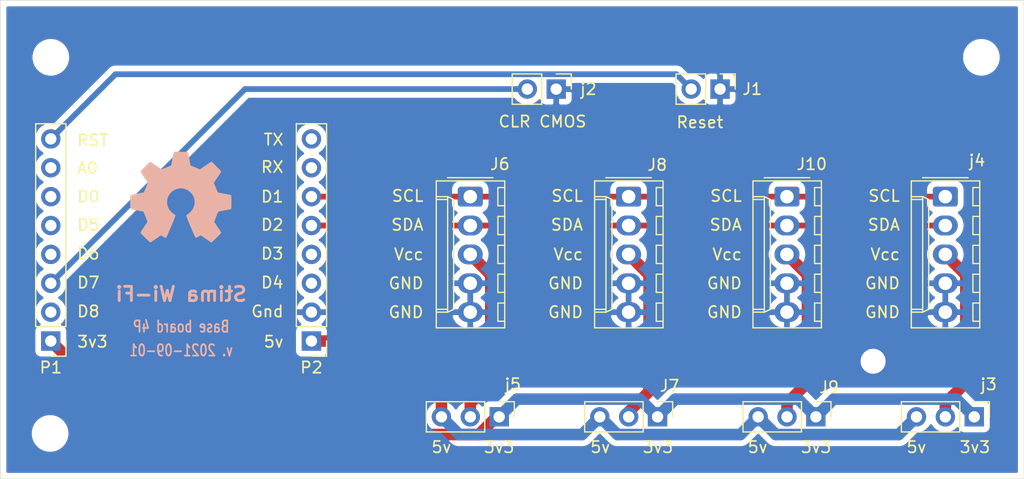
<source format=kicad_pcb>
(kicad_pcb (version 20211014) (generator pcbnew)
  (layers (0 "F.Cu" signal) (31 "B.Cu" signal) (34 "B.Paste" user) (35 "F.Paste" user) (36 "B.SilkS" user "B.Silkscreen") (37 "F.SilkS" user "F.Silkscreen") (38 "B.Mask" user) (39 "F.Mask" user) (44 "Edge.Cuts" user))
  (net 0 "")
  (net 1 "5v")
  (net 2 "3v3")
  (net 3 "SDA")
  (net 4 "SCL")
  (net 5 "GND")
  (net 6 "/D7")
  (net 7 "/RST")
  (net 8 "Net-(J10-Pad3)")
  (net 9 "Net-(j3-Pad2)")
  (net 10 "Net-(J6-Pad3)")
  (net 11 "Net-(J7-Pad2)")
  (footprint "Connector_PinHeader_2.54mm:PinHeader_1x02_P2.54mm_Vertical" (layer "F.Cu") (at 113.03 79.9465 -90)
    (fp_text reference "J1" (at 0 -2.83 180) (layer "F.SilkS"))
    (fp_text value "Conn_01x02" hide)
    (fp_line (start -1.33 -1.33) (end 0 -1.33) (layer "F.SilkS") (width 0.12))
    (fp_line (start -1.33 1.27) (end 1.33 1.27) (layer "F.SilkS") (width 0.12))
    (fp_line (start -1.33 0) (end -1.33 -1.33) (layer "F.SilkS") (width 0.12))
    (fp_line (start -1.33 3.87) (end 1.33 3.87) (layer "F.SilkS") (width 0.12))
    (fp_line (start 1.33 1.27) (end 1.33 3.87) (layer "F.SilkS") (width 0.12))
    (fp_line (start -1.33 1.27) (end -1.33 3.87) (layer "F.SilkS") (width 0.12))
    (pad "1" thru_hole rect locked (at 0 0 270) (size 1.7 1.7) (drill 1) (layers *.Cu *.Mask) (net 5 "GND"))
    (pad "2" thru_hole oval locked (at 0 2.54 270) (size 1.7 1.7) (drill 1) (layers *.Cu *.Mask) (net 7 "/RST"))
  )
  (footprint "Connector_PinHeader_2.54mm:PinHeader_1x02_P2.54mm_Vertical" (layer "F.Cu") (at 98.6155 79.9465 -90)
    (fp_text reference "j2" (at 0 -2.83 180) (layer "F.SilkS"))
    (fp_text value "Conn_01x02" hide)
    (fp_line (start -1.33 1.27) (end 1.33 1.27) (layer "F.SilkS") (width 0.12))
    (fp_line (start -1.33 -1.33) (end 0 -1.33) (layer "F.SilkS") (width 0.12))
    (fp_line (start -1.33 0) (end -1.33 -1.33) (layer "F.SilkS") (width 0.12))
    (fp_line (start -1.33 1.27) (end -1.33 3.87) (layer "F.SilkS") (width 0.12))
    (fp_line (start 1.33 1.27) (end 1.33 3.87) (layer "F.SilkS") (width 0.12))
    (fp_line (start -1.33 3.87) (end 1.33 3.87) (layer "F.SilkS") (width 0.12))
    (pad "1" thru_hole rect locked (at 0 0 270) (size 1.7 1.7) (drill 1) (layers *.Cu *.Mask) (net 5 "GND"))
    (pad "2" thru_hole oval locked (at 0 2.54 270) (size 1.7 1.7) (drill 1) (layers *.Cu *.Mask) (net 6 "/D7"))
  )
  (footprint "Connector_PinHeader_2.54mm:PinHeader_1x03_P2.54mm_Vertical" (layer "F.Cu") (at 135.387 108.7755 -90)
    (fp_text reference "j3" (at -2.8575 -1.265) (layer "F.SilkS"))
    (fp_text value "Conn_01x03" hide)
    (fp_line (start -1.33 1.27) (end -1.33 6.41) (layer "F.SilkS") (width 0.12))
    (fp_line (start -1.33 0) (end -1.33 -1.33) (layer "F.SilkS") (width 0.12))
    (fp_line (start -1.33 -1.33) (end 0 -1.33) (layer "F.SilkS") (width 0.12))
    (fp_line (start 1.33 1.27) (end 1.33 6.41) (layer "F.SilkS") (width 0.12))
    (fp_line (start -1.33 1.27) (end 1.33 1.27) (layer "F.SilkS") (width 0.12))
    (fp_line (start -1.33 6.41) (end 1.33 6.41) (layer "F.SilkS") (width 0.12))
    (pad "1" thru_hole rect locked (at 0 0 270) (size 1.7 1.7) (drill 1) (layers *.Cu *.Mask) (net 2 "3v3"))
    (pad "2" thru_hole oval locked (at 0 2.54 270) (size 1.7 1.7) (drill 1) (layers *.Cu *.Mask) (net 9 "Net-(j3-Pad2)"))
    (pad "3" thru_hole oval locked (at 0 5.08 270) (size 1.7 1.7) (drill 1) (layers *.Cu *.Mask) (net 1 "5v"))
  )
  (footprint "Connector_Molex:Molex_KK-254_AE-6410-05A_1x05_P2.54mm_Vertical" (layer "F.Cu") (at 132.842 89.408 -90)
    (fp_text reference "j4" (at -3.175 -2.794 180) (layer "F.SilkS"))
    (fp_text value "Conn_01x05" hide)
    (fp_line (start 9.91 1.46) (end 10.16 1.99) (layer "F.SilkS") (width 0.12))
    (fp_line (start 1.74 -3.03) (end 1.74 -2.43) (layer "F.SilkS") (width 0.12))
    (fp_line (start 0.8 -2.43) (end 0.8 -3.03) (layer "F.SilkS") (width 0.12))
    (fp_line (start 9.91 2.99) (end 9.91 1.99) (layer "F.SilkS") (width 0.12))
    (fp_line (start 9.36 -2.43) (end 10.96 -2.43) (layer "F.SilkS") (width 0.12))
    (fp_line (start 8.42 -2.43) (end 8.42 -3.03) (layer "F.SilkS") (width 0.12))
    (fp_line (start 3.34 -2.43) (end 3.34 -3.03) (layer "F.SilkS") (width 0.12))
    (fp_line (start 0.25 1.46) (end 9.91 1.46) (layer "F.SilkS") (width 0.12))
    (fp_line (start 0.25 2.99) (end 0.25 1.99) (layer "F.SilkS") (width 0.12))
    (fp_line (start -1.38 -3.03) (end -1.38 2.99) (layer "F.SilkS") (width 0.12))
    (fp_line (start 0 2.99) (end 0 1.99) (layer "F.SilkS") (width 0.12))
    (fp_line (start -1.67 -2) (end -1.67 2) (layer "F.SilkS") (width 0.12))
    (fp_line (start 10.16 1.99) (end 10.16 2.99) (layer "F.SilkS") (width 0.12))
    (fp_line (start 6.82 -3.03) (end 6.82 -2.43) (layer "F.SilkS") (width 0.12))
    (fp_line (start 9.36 -3.03) (end 9.36 -2.43) (layer "F.SilkS") (width 0.12))
    (fp_line (start -0.8 -2.43) (end 0.8 -2.43) (layer "F.SilkS") (width 0.12))
    (fp_line (start 1.74 -2.43) (end 3.34 -2.43) (layer "F.SilkS") (width 0.12))
    (fp_line (start -0.8 -3.03) (end -0.8 -2.43) (layer "F.SilkS") (width 0.12))
    (fp_line (start 4.28 -3.03) (end 4.28 -2.43) (layer "F.SilkS") (width 0.12))
    (fp_line (start 0 1.99) (end 0.25 1.46) (layer "F.SilkS") (width 0.12))
    (fp_line (start 11.54 2.99) (end 11.54 -3.03) (layer "F.SilkS") (width 0.12))
    (fp_line (start 5.88 -2.43) (end 5.88 -3.03) (layer "F.SilkS") (width 0.12))
    (fp_line (start -1.38 2.99) (end 11.54 2.99) (layer "F.SilkS") (width 0.12))
    (fp_line (start 10.96 -2.43) (end 10.96 -3.03) (layer "F.SilkS") (width 0.12))
    (fp_line (start 11.54 -3.03) (end -1.38 -3.03) (layer "F.SilkS") (width 0.12))
    (fp_line (start 0 1.99) (end 10.16 1.99) (layer "F.SilkS") (width 0.12))
    (fp_line (start 6.82 -2.43) (end 8.42 -2.43) (layer "F.SilkS") (width 0.12))
    (fp_line (start 4.28 -2.43) (end 5.88 -2.43) (layer "F.SilkS") (width 0.12))
    (pad "1" thru_hole roundrect locked (at 0 0 270) (size 1.74 2.19) (drill 1.19) (layers *.Cu *.Mask) (roundrect_rratio 0.143678) (net 4 "SCL"))
    (pad "2" thru_hole oval locked (at 2.54 0 270) (size 1.74 2.19) (drill 1.19) (layers *.Cu *.Mask) (net 3 "SDA"))
    (pad "3" thru_hole oval locked (at 5.08 0 270) (size 1.74 2.19) (drill 1.19) (layers *.Cu *.Mask) (net 9 "Net-(j3-Pad2)"))
    (pad "4" thru_hole oval locked (at 7.62 0 270) (size 1.74 2.19) (drill 1.19) (layers *.Cu *.Mask) (net 5 "GND"))
    (pad "5" thru_hole oval locked (at 10.16 0 270) (size 1.74 2.19) (drill 1.19) (layers *.Cu *.Mask) (net 5 "GND"))
  )
  (footprint "Connector_PinHeader_2.54mm:PinHeader_1x03_P2.54mm_Vertical" (layer "F.Cu") (at 93.604 108.7755 -90)
    (fp_text reference "j5" (at -2.8575 -1.2015 180) (layer "F.SilkS"))
    (fp_text value "Conn_01x03" hide)
    (fp_line (start -1.33 1.27) (end -1.33 6.41) (layer "F.SilkS") (width 0.12))
    (fp_line (start -1.33 6.41) (end 1.33 6.41) (layer "F.SilkS") (width 0.12))
    (fp_line (start -1.33 0) (end -1.33 -1.33) (layer "F.SilkS") (width 0.12))
    (fp_line (start 1.33 1.27) (end 1.33 6.41) (layer "F.SilkS") (width 0.12))
    (fp_line (start -1.33 -1.33) (end 0 -1.33) (layer "F.SilkS") (width 0.12))
    (fp_line (start -1.33 1.27) (end 1.33 1.27) (layer "F.SilkS") (width 0.12))
    (pad "1" thru_hole rect locked (at 0 0 270) (size 1.7 1.7) (drill 1) (layers *.Cu *.Mask) (net 2 "3v3"))
    (pad "2" thru_hole oval locked (at 0 2.54 270) (size 1.7 1.7) (drill 1) (layers *.Cu *.Mask) (net 10 "Net-(J6-Pad3)"))
    (pad "3" thru_hole oval locked (at 0 5.08 270) (size 1.7 1.7) (drill 1) (layers *.Cu *.Mask) (net 1 "5v"))
  )
  (footprint "Connector_Molex:Molex_KK-254_AE-6410-05A_1x05_P2.54mm_Vertical" (layer "F.Cu") (at 91.059 89.408 -90)
    (fp_text reference "J6" (at -2.8575 -2.6035 180) (layer "F.SilkS"))
    (fp_text value "Conn_01x05" hide)
    (fp_line (start 0.8 -2.43) (end 0.8 -3.03) (layer "F.SilkS") (width 0.12))
    (fp_line (start 0 2.99) (end 0 1.99) (layer "F.SilkS") (width 0.12))
    (fp_line (start 0.25 1.46) (end 9.91 1.46) (layer "F.SilkS") (width 0.12))
    (fp_line (start 9.36 -3.03) (end 9.36 -2.43) (layer "F.SilkS") (width 0.12))
    (fp_line (start 6.82 -2.43) (end 8.42 -2.43) (layer "F.SilkS") (width 0.12))
    (fp_line (start 8.42 -2.43) (end 8.42 -3.03) (layer "F.SilkS") (width 0.12))
    (fp_line (start -1.67 -2) (end -1.67 2) (layer "F.SilkS") (width 0.12))
    (fp_line (start 10.16 1.99) (end 10.16 2.99) (layer "F.SilkS") (width 0.12))
    (fp_line (start 0 1.99) (end 10.16 1.99) (layer "F.SilkS") (width 0.12))
    (fp_line (start 0 1.99) (end 0.25 1.46) (layer "F.SilkS") (width 0.12))
    (fp_line (start 9.36 -2.43) (end 10.96 -2.43) (layer "F.SilkS") (width 0.12))
    (fp_line (start 4.28 -2.43) (end 5.88 -2.43) (layer "F.SilkS") (width 0.12))
    (fp_line (start 6.82 -3.03) (end 6.82 -2.43) (layer "F.SilkS") (width 0.12))
    (fp_line (start 0.25 2.99) (end 0.25 1.99) (layer "F.SilkS") (width 0.12))
    (fp_line (start -1.38 2.99) (end 11.54 2.99) (layer "F.SilkS") (width 0.12))
    (fp_line (start -0.8 -2.43) (end 0.8 -2.43) (layer "F.SilkS") (width 0.12))
    (fp_line (start 9.91 2.99) (end 9.91 1.99) (layer "F.SilkS") (width 0.12))
    (fp_line (start 1.74 -2.43) (end 3.34 -2.43) (layer "F.SilkS") (width 0.12))
    (fp_line (start 9.91 1.46) (end 10.16 1.99) (layer "F.SilkS") (width 0.12))
    (fp_line (start -0.8 -3.03) (end -0.8 -2.43) (layer "F.SilkS") (width 0.12))
    (fp_line (start 4.28 -3.03) (end 4.28 -2.43) (layer "F.SilkS") (width 0.12))
    (fp_line (start 10.96 -2.43) (end 10.96 -3.03) (layer "F.SilkS") (width 0.12))
    (fp_line (start 5.88 -2.43) (end 5.88 -3.03) (layer "F.SilkS") (width 0.12))
    (fp_line (start -1.38 -3.03) (end -1.38 2.99) (layer "F.SilkS") (width 0.12))
    (fp_line (start 3.34 -2.43) (end 3.34 -3.03) (layer "F.SilkS") (width 0.12))
    (fp_line (start 1.74 -3.03) (end 1.74 -2.43) (layer "F.SilkS") (width 0.12))
    (fp_line (start 11.54 -3.03) (end -1.38 -3.03) (layer "F.SilkS") (width 0.12))
    (fp_line (start 11.54 2.99) (end 11.54 -3.03) (layer "F.SilkS") (width 0.12))
    (pad "1" thru_hole roundrect locked (at 0 0 270) (size 1.74 2.19) (drill 1.19) (layers *.Cu *.Mask) (roundrect_rratio 0.143678) (net 4 "SCL"))
    (pad "2" thru_hole oval locked (at 2.54 0 270) (size 1.74 2.19) (drill 1.19) (layers *.Cu *.Mask) (net 3 "SDA"))
    (pad "3" thru_hole oval locked (at 5.08 0 270) (size 1.74 2.19) (drill 1.19) (layers *.Cu *.Mask) (net 10 "Net-(J6-Pad3)"))
    (pad "4" thru_hole oval locked (at 7.62 0 270) (size 1.74 2.19) (drill 1.19) (layers *.Cu *.Mask) (net 5 "GND"))
    (pad "5" thru_hole oval locked (at 10.16 0 270) (size 1.74 2.19) (drill 1.19) (layers *.Cu *.Mask) (net 5 "GND"))
  )
  (footprint "Connector_PinHeader_2.54mm:PinHeader_1x03_P2.54mm_Vertical" (layer "F.Cu") (at 107.531666 108.7755 -90)
    (fp_text reference "J7" (at -2.7305 -1.053334) (layer "F.SilkS"))
    (fp_text value "Conn_01x03" hide)
    (fp_line (start -1.33 6.41) (end 1.33 6.41) (layer "F.SilkS") (width 0.12))
    (fp_line (start -1.33 1.27) (end -1.33 6.41) (layer "F.SilkS") (width 0.12))
    (fp_line (start 1.33 1.27) (end 1.33 6.41) (layer "F.SilkS") (width 0.12))
    (fp_line (start -1.33 0) (end -1.33 -1.33) (layer "F.SilkS") (width 0.12))
    (fp_line (start -1.33 -1.33) (end 0 -1.33) (layer "F.SilkS") (width 0.12))
    (fp_line (start -1.33 1.27) (end 1.33 1.27) (layer "F.SilkS") (width 0.12))
    (pad "1" thru_hole rect locked (at 0 0 270) (size 1.7 1.7) (drill 1) (layers *.Cu *.Mask) (net 2 "3v3"))
    (pad "2" thru_hole oval locked (at 0 2.54 270) (size 1.7 1.7) (drill 1) (layers *.Cu *.Mask) (net 11 "Net-(J7-Pad2)"))
    (pad "3" thru_hole oval locked (at 0 5.08 270) (size 1.7 1.7) (drill 1) (layers *.Cu *.Mask) (net 1 "5v"))
  )
  (footprint "Connector_Molex:Molex_KK-254_AE-6410-05A_1x05_P2.54mm_Vertical" (layer "F.Cu") (at 104.986666 89.408 -90)
    (fp_text reference "J8" (at -2.794 -2.518834 180) (layer "F.SilkS"))
    (fp_text value "Conn_01x05" hide)
    (fp_line (start -0.8 -3.03) (end -0.8 -2.43) (layer "F.SilkS") (width 0.12))
    (fp_line (start -0.8 -2.43) (end 0.8 -2.43) (layer "F.SilkS") (width 0.12))
    (fp_line (start 10.96 -2.43) (end 10.96 -3.03) (layer "F.SilkS") (width 0.12))
    (fp_line (start 9.36 -2.43) (end 10.96 -2.43) (layer "F.SilkS") (width 0.12))
    (fp_line (start 3.34 -2.43) (end 3.34 -3.03) (layer "F.SilkS") (width 0.12))
    (fp_line (start 4.28 -3.03) (end 4.28 -2.43) (layer "F.SilkS") (width 0.12))
    (fp_line (start 1.74 -3.03) (end 1.74 -2.43) (layer "F.SilkS") (width 0.12))
    (fp_line (start 9.91 1.46) (end 10.16 1.99) (layer "F.SilkS") (width 0.12))
    (fp_line (start 6.82 -3.03) (end 6.82 -2.43) (layer "F.SilkS") (width 0.12))
    (fp_line (start 0.8 -2.43) (end 0.8 -3.03) (layer "F.SilkS") (width 0.12))
    (fp_line (start -1.38 -3.03) (end -1.38 2.99) (layer "F.SilkS") (width 0.12))
    (fp_line (start 11.54 2.99) (end 11.54 -3.03) (layer "F.SilkS") (width 0.12))
    (fp_line (start 11.54 -3.03) (end -1.38 -3.03) (layer "F.SilkS") (width 0.12))
    (fp_line (start 10.16 1.99) (end 10.16 2.99) (layer "F.SilkS") (width 0.12))
    (fp_line (start 0 1.99) (end 0.25 1.46) (layer "F.SilkS") (width 0.12))
    (fp_line (start 0 1.99) (end 10.16 1.99) (layer "F.SilkS") (width 0.12))
    (fp_line (start 0.25 2.99) (end 0.25 1.99) (layer "F.SilkS") (width 0.12))
    (fp_line (start 9.91 2.99) (end 9.91 1.99) (layer "F.SilkS") (width 0.12))
    (fp_line (start -1.67 -2) (end -1.67 2) (layer "F.SilkS") (width 0.12))
    (fp_line (start 9.36 -3.03) (end 9.36 -2.43) (layer "F.SilkS") (width 0.12))
    (fp_line (start 0.25 1.46) (end 9.91 1.46) (layer "F.SilkS") (width 0.12))
    (fp_line (start 0 2.99) (end 0 1.99) (layer "F.SilkS") (width 0.12))
    (fp_line (start 4.28 -2.43) (end 5.88 -2.43) (layer "F.SilkS") (width 0.12))
    (fp_line (start -1.38 2.99) (end 11.54 2.99) (layer "F.SilkS") (width 0.12))
    (fp_line (start 6.82 -2.43) (end 8.42 -2.43) (layer "F.SilkS") (width 0.12))
    (fp_line (start 1.74 -2.43) (end 3.34 -2.43) (layer "F.SilkS") (width 0.12))
    (fp_line (start 8.42 -2.43) (end 8.42 -3.03) (layer "F.SilkS") (width 0.12))
    (fp_line (start 5.88 -2.43) (end 5.88 -3.03) (layer "F.SilkS") (width 0.12))
    (pad "1" thru_hole roundrect locked (at 0 0 270) (size 1.74 2.19) (drill 1.19) (layers *.Cu *.Mask) (roundrect_rratio 0.143678) (net 4 "SCL"))
    (pad "2" thru_hole oval locked (at 2.54 0 270) (size 1.74 2.19) (drill 1.19) (layers *.Cu *.Mask) (net 3 "SDA"))
    (pad "3" thru_hole oval locked (at 5.08 0 270) (size 1.74 2.19) (drill 1.19) (layers *.Cu *.Mask) (net 11 "Net-(J7-Pad2)"))
    (pad "4" thru_hole oval locked (at 7.62 0 270) (size 1.74 2.19) (drill 1.19) (layers *.Cu *.Mask) (net 5 "GND"))
    (pad "5" thru_hole oval locked (at 10.16 0 270) (size 1.74 2.19) (drill 1.19) (layers *.Cu *.Mask) (net 5 "GND"))
  )
  (footprint "Connector_PinHeader_2.54mm:PinHeader_1x03_P2.54mm_Vertical" (layer "F.Cu") (at 121.459332 108.7755 -90)
    (fp_text reference "J9" (at -2.6035 -1.159168) (layer "F.SilkS"))
    (fp_text value "Conn_01x03" hide)
    (fp_line (start 1.33 1.27) (end 1.33 6.41) (layer "F.SilkS") (width 0.12))
    (fp_line (start -1.33 6.41) (end 1.33 6.41) (layer "F.SilkS") (width 0.12))
    (fp_line (start -1.33 1.27) (end 1.33 1.27) (layer "F.SilkS") (width 0.12))
    (fp_line (start -1.33 1.27) (end -1.33 6.41) (layer "F.SilkS") (width 0.12))
    (fp_line (start -1.33 0) (end -1.33 -1.33) (layer "F.SilkS") (width 0.12))
    (fp_line (start -1.33 -1.33) (end 0 -1.33) (layer "F.SilkS") (width 0.12))
    (pad "1" thru_hole rect locked (at 0 0 270) (size 1.7 1.7) (drill 1) (layers *.Cu *.Mask) (net 2 "3v3"))
    (pad "2" thru_hole oval locked (at 0 2.54 270) (size 1.7 1.7) (drill 1) (layers *.Cu *.Mask) (net 8 "Net-(J10-Pad3)"))
    (pad "3" thru_hole oval locked (at 0 5.08 270) (size 1.7 1.7) (drill 1) (layers *.Cu *.Mask) (net 1 "5v"))
  )
  (footprint "Connector_Molex:Molex_KK-254_AE-6410-05A_1x05_P2.54mm_Vertical" (layer "F.Cu") (at 118.914332 89.408 -90)
    (fp_text reference "J10" (at -2.8575 -2.180168 180) (layer "F.SilkS"))
    (fp_text value "Conn_01x05" hide)
    (fp_line (start 4.28 -3.03) (end 4.28 -2.43) (layer "F.SilkS") (width 0.12))
    (fp_line (start -1.38 2.99) (end 11.54 2.99) (layer "F.SilkS") (width 0.12))
    (fp_line (start 8.42 -2.43) (end 8.42 -3.03) (layer "F.SilkS") (width 0.12))
    (fp_line (start 6.82 -3.03) (end 6.82 -2.43) (layer "F.SilkS") (width 0.12))
    (fp_line (start 0.8 -2.43) (end 0.8 -3.03) (layer "F.SilkS") (width 0.12))
    (fp_line (start 4.28 -2.43) (end 5.88 -2.43) (layer "F.SilkS") (width 0.12))
    (fp_line (start 9.36 -2.43) (end 10.96 -2.43) (layer "F.SilkS") (width 0.12))
    (fp_line (start 6.82 -2.43) (end 8.42 -2.43) (layer "F.SilkS") (width 0.12))
    (fp_line (start 9.91 1.46) (end 10.16 1.99) (layer "F.SilkS") (width 0.12))
    (fp_line (start 0 2.99) (end 0 1.99) (layer "F.SilkS") (width 0.12))
    (fp_line (start -1.38 -3.03) (end -1.38 2.99) (layer "F.SilkS") (width 0.12))
    (fp_line (start 10.16 1.99) (end 10.16 2.99) (layer "F.SilkS") (width 0.12))
    (fp_line (start -0.8 -2.43) (end 0.8 -2.43) (layer "F.SilkS") (width 0.12))
    (fp_line (start -0.8 -3.03) (end -0.8 -2.43) (layer "F.SilkS") (width 0.12))
    (fp_line (start 1.74 -2.43) (end 3.34 -2.43) (layer "F.SilkS") (width 0.12))
    (fp_line (start 5.88 -2.43) (end 5.88 -3.03) (layer "F.SilkS") (width 0.12))
    (fp_line (start 11.54 2.99) (end 11.54 -3.03) (layer "F.SilkS") (width 0.12))
    (fp_line (start 11.54 -3.03) (end -1.38 -3.03) (layer "F.SilkS") (width 0.12))
    (fp_line (start 3.34 -2.43) (end 3.34 -3.03) (layer "F.SilkS") (width 0.12))
    (fp_line (start 10.96 -2.43) (end 10.96 -3.03) (layer "F.SilkS") (width 0.12))
    (fp_line (start 9.36 -3.03) (end 9.36 -2.43) (layer "F.SilkS") (width 0.12))
    (fp_line (start 0.25 2.99) (end 0.25 1.99) (layer "F.SilkS") (width 0.12))
    (fp_line (start 0 1.99) (end 10.16 1.99) (layer "F.SilkS") (width 0.12))
    (fp_line (start 1.74 -3.03) (end 1.74 -2.43) (layer "F.SilkS") (width 0.12))
    (fp_line (start 9.91 2.99) (end 9.91 1.99) (layer "F.SilkS") (width 0.12))
    (fp_line (start -1.67 -2) (end -1.67 2) (layer "F.SilkS") (width 0.12))
    (fp_line (start 0.25 1.46) (end 9.91 1.46) (layer "F.SilkS") (width 0.12))
    (fp_line (start 0 1.99) (end 0.25 1.46) (layer "F.SilkS") (width 0.12))
    (pad "1" thru_hole roundrect locked (at 0 0 270) (size 1.74 2.19) (drill 1.19) (layers *.Cu *.Mask) (roundrect_rratio 0.143678) (net 4 "SCL"))
    (pad "2" thru_hole oval locked (at 2.54 0 270) (size 1.74 2.19) (drill 1.19) (layers *.Cu *.Mask) (net 3 "SDA"))
    (pad "3" thru_hole oval locked (at 5.08 0 270) (size 1.74 2.19) (drill 1.19) (layers *.Cu *.Mask) (net 8 "Net-(J10-Pad3)"))
    (pad "4" thru_hole oval locked (at 7.62 0 270) (size 1.74 2.19) (drill 1.19) (layers *.Cu *.Mask) (net 5 "GND"))
    (pad "5" thru_hole oval locked (at 10.16 0 270) (size 1.74 2.19) (drill 1.19) (layers *.Cu *.Mask) (net 5 "GND"))
  )
  (footprint "Connector_PinHeader_2.54mm:PinHeader_1x08_P2.54mm_Vertical" (layer "F.Cu") (at 54.165 102.108 180)
    (fp_text reference "P1" (at 0 -2.33) (layer "F.SilkS"))
    (fp_text value "Conn_01x08" hide)
    (fp_line (start -1.33 1.27) (end 1.33 1.27) (layer "F.SilkS") (width 0.12))
    (fp_line (start -1.33 -1.33) (end 0 -1.33) (layer "F.SilkS") (width 0.12))
    (fp_line (start -1.33 1.27) (end -1.33 19.11) (layer "F.SilkS") (width 0.12))
    (fp_line (start 1.33 1.27) (end 1.33 19.11) (layer "F.SilkS") (width 0.12))
    (fp_line (start -1.33 19.11) (end 1.33 19.11) (layer "F.SilkS") (width 0.12))
    (fp_line (start -1.33 0) (end -1.33 -1.33) (layer "F.SilkS") (width 0.12))
    (pad "1" thru_hole rect locked (at 0 0 180) (size 1.7 1.7) (drill 1) (layers *.Cu *.Mask) (net 2 "3v3"))
    (pad "2" thru_hole oval locked (at 0 2.54 180) (size 1.7 1.7) (drill 1) (layers *.Cu *.Mask))
    (pad "3" thru_hole oval locked (at 0 5.08 180) (size 1.7 1.7) (drill 1) (layers *.Cu *.Mask) (net 6 "/D7"))
    (pad "4" thru_hole oval locked (at 0 7.62 180) (size 1.7 1.7) (drill 1) (layers *.Cu *.Mask))
    (pad "5" thru_hole oval locked (at 0 10.16 180) (size 1.7 1.7) (drill 1) (layers *.Cu *.Mask))
    (pad "6" thru_hole oval locked (at 0 12.7 180) (size 1.7 1.7) (drill 1) (layers *.Cu *.Mask))
    (pad "7" thru_hole oval locked (at 0 15.24 180) (size 1.7 1.7) (drill 1) (layers *.Cu *.Mask))
    (pad "8" thru_hole oval locked (at 0 17.78 180) (size 1.7 1.7) (drill 1) (layers *.Cu *.Mask) (net 7 "/RST"))
  )
  (footprint "Connector_PinHeader_2.54mm:PinHeader_1x08_P2.54mm_Vertical" (layer "F.Cu") (at 77.089 102.108 180)
    (fp_text reference "P2" (at 0 -2.33) (layer "F.SilkS"))
    (fp_text value "Conn_01x08" hide)
    (fp_line (start -1.33 1.27) (end 1.33 1.27) (layer "F.SilkS") (width 0.12))
    (fp_line (start -1.33 -1.33) (end 0 -1.33) (layer "F.SilkS") (width 0.12))
    (fp_line (start -1.33 1.27) (end -1.33 19.11) (layer "F.SilkS") (width 0.12))
    (fp_line (start -1.33 0) (end -1.33 -1.33) (layer "F.SilkS") (width 0.12))
    (fp_line (start 1.33 1.27) (end 1.33 19.11) (layer "F.SilkS") (width 0.12))
    (fp_line (start -1.33 19.11) (end 1.33 19.11) (layer "F.SilkS") (width 0.12))
    (pad "1" thru_hole rect locked (at 0 0 180) (size 1.7 1.7) (drill 1) (layers *.Cu *.Mask) (net 1 "5v"))
    (pad "2" thru_hole oval locked (at 0 2.54 180) (size 1.7 1.7) (drill 1) (layers *.Cu *.Mask) (net 5 "GND"))
    (pad "3" thru_hole oval locked (at 0 5.08 180) (size 1.7 1.7) (drill 1) (layers *.Cu *.Mask))
    (pad "4" thru_hole oval locked (at 0 7.62 180) (size 1.7 1.7) (drill 1) (layers *.Cu *.Mask))
    (pad "5" thru_hole oval locked (at 0 10.16 180) (size 1.7 1.7) (drill 1) (layers *.Cu *.Mask) (net 3 "SDA"))
    (pad "6" thru_hole oval locked (at 0 12.7 180) (size 1.7 1.7) (drill 1) (layers *.Cu *.Mask) (net 4 "SCL"))
    (pad "7" thru_hole oval locked (at 0 15.24 180) (size 1.7 1.7) (drill 1) (layers *.Cu *.Mask))
    (pad "8" thru_hole oval locked (at 0 17.78 180) (size 1.7 1.7) (drill 1) (layers *.Cu *.Mask))
  )
  (footprint "MountingHole:MountingHole_2.2mm_M2" (layer "F.Cu") (at 136.017 77.1525)
    (fp_text reference "REF**" hide)
    (fp_text value "MountingHole_2.2mm_M2" hide)
    (pad "" np_thru_hole circle locked (at 0 0) (size 2.2 2.2) (drill 2.2) (layers *.Cu *.Mask))
  )
  (footprint "MountingHole:MountingHole_2.2mm_M2" (layer "F.Cu") (at 54.102 110.236)
    (fp_text reference "REF**" hide)
    (fp_text value "MountingHole_2.2mm_M2" hide)
    (pad "" np_thru_hole circle locked (at 0 0) (size 2.2 2.2) (drill 2.2) (layers *.Cu *.Mask))
  )
  (footprint "MountingHole:MountingHole_2.2mm_M2" (layer "F.Cu") (at 54.1655 77.1525)
    (fp_text reference "REF**" hide)
    (fp_text value "MountingHole_2.2mm_M2" hide)
    (pad "" np_thru_hole circle locked (at 0 0) (size 2.2 2.2) (drill 2.2) (layers *.Cu *.Mask))
  )
  (footprint "MountingHole:MountingHole_2.2mm_M2" (layer "F.Cu") (at 126.492 103.886)
    (fp_text reference "REF**" hide)
    (fp_text value "MountingHole_2.2mm_M2" hide)
    (pad "" np_thru_hole circle locked (at 0 0) (size 2.2 2.2) (drill 2.2) (layers *.Cu *.Mask))
  )
  (footprint "Symbol:OSHW-Symbol_8.9x8mm_SilkScreen" (layer "B.Cu") (at 65.614573 89.4715 180)
    (fp_text reference "REF**" hide)
    (fp_text value "OSHW-Symbol_8.9x8mm_SilkScreen" hide)
    (fp_poly (pts (xy 0.746536 3.399573) (xy 0.859118 2.802382) (xy 1.274531 2.631135) (xy 1.689945 2.459888) (xy 2.188302 2.798767) (xy 2.327869 2.893123) (xy 2.454029 2.97737) (xy 2.560896 3.047662) (xy 2.642583 3.100153) (xy 2.693202 3.130996) (xy 2.706987 3.137647) (xy 2.731821 3.120542) (xy 2.784889 3.073256) (xy 2.860241 3.001828) (xy 2.95193 2.9123) (xy 3.054008 2.810711) (xy 3.160527 2.703102) (xy 3.265537 2.595513) (xy 3.363092 2.493985) (xy 3.447243 2.404559) (xy 3.512041 2.333274) (xy 3.551538 2.286172) (xy 3.560981 2.270408) (xy 3.547392 2.241347) (xy 3.509294 2.177679) (xy 3.450694 2.085633) (xy 3.375598 1.971436) (xy 3.288009 1.841316) (xy 3.237255 1.767099) (xy 3.144746 1.631578) (xy 3.062541 1.509284) (xy 2.994631 1.406305) (xy 2.945001 1.328727) (xy 2.917641 1.282639) (xy 2.91353 1.272953) (xy 2.92285 1.245426) (xy 2.948255 1.181272) (xy 2.985912 1.08951) (xy 3.031987 0.979161) (xy 3.082647 0.859245) (xy 3.13406 0.738781) (xy 3.18239 0.626791) (xy 3.223807 0.532293) (xy 3.254475 0.464308) (xy 3.270562 0.431857) (xy 3.271512 0.43058) (xy 3.296773 0.424383) (xy 3.364046 0.41056) (xy 3.466361 0.390468) (xy 3.596742 0.365466) (xy 3.748217 0.336914) (xy 3.836594 0.320449) (xy 3.998453 0.289631) (xy 4.14465 0.260306) (xy 4.267788 0.234079) (xy 4.36047 0.212554) (xy 4.415302 0.197335) (xy 4.426324 0.192507) (xy 4.437119 0.159826) (xy 4.44583 0.086015) (xy 4.452461 -0.020292) (xy 4.457019 -0.150467) (xy 4.45951 -0.295876) (xy 4.459939 -0.44789) (xy 4.458312 -0.597877) (xy 4.454636 -0.737206) (xy 4.448916 -0.857245) (xy 4.441158 -0.949365) (xy 4.431369 -1.004932) (xy 4.425497 -1.0165) (xy 4.3904 -1.030365) (xy 4.316029 -1.050188) (xy 4.212224 -1.073639) (xy 4.08882 -1.098391) (xy 4.045742 -1.106398) (xy 3.838048 -1.144441) (xy 3.673985 -1.175079) (xy 3.548131 -1.199529) (xy 3.455066 -1.219009) (xy 3.389368 -1.234736) (xy 3.345618 -1.247928) (xy 3.318393 -1.259804) (xy 3.302273 -1.27158) (xy 3.300018 -1.273908) (xy 3.277504 -1.3114) (xy 3.243159 -1.384365) (xy 3.200412 -1.483867) (xy 3.152693 -1.600973) (xy 3.103431 -1.726748) (xy 3.056056 -1.852257) (xy 3.013996 -1.968565) (xy 2.980681 -2.066739) (xy 2.959542 -2.137843) (xy 2.954006 -2.172942) (xy 2.954467 -2.174172) (xy 2.973224 -2.202861) (xy 3.015777 -2.265985) (xy 3.077654 -2.356973) (xy 3.154383 -2.469255) (xy 3.241492 -2.59626) (xy 3.266299 -2.632353) (xy 3.354753 -2.763203) (xy 3.432589 -2.882591) (xy 3.495567 -2.983662) (xy 3.539446 -3.059559) (xy 3.559986 -3.103427) (xy 3.560981 -3.108817) (xy 3.543723 -3.137144) (xy 3.496036 -3.193261) (xy 3.424051 -3.271137) (xy 3.333898 -3.36474) (xy 3.231706 -3.468041) (xy 3.123606 -3.575006) (xy 3.015729 -3.679606) (xy 2.914205 -3.775809) (xy 2.825163 -3.857584) (xy 2.754734 -3.9189) (xy 2.709048 -3.953726) (xy 2.69641 -3.959412) (xy 2.666992 -3.94602) (xy 2.606762 -3.909899) (xy 2.52553 -3.857136) (xy 2.463031 -3.814667) (xy 2.349786 -3.73674) (xy 2.215675 -3.644984) (xy 2.081156 -3.553375) (xy 2.008834 -3.504346) (xy 1.764039 -3.33877) (xy 1.558551 -3.449875) (xy 1.464937 -3.498548) (xy 1.385331 -3.536381) (xy 1.331468 -3.557958) (xy 1.317758 -3.560961) (xy 1.301271 -3.538793) (xy 1.268746 -3.476149) (xy 1.222609 -3.378809) (xy 1.165291 -3.252549) (xy 1.099217 -3.10315) (xy 1.026816 -2.936388) (xy 0.950517 -2.758042) (xy 0.872747 -2.573891) (xy 0.795935 -2.389712) (xy 0.722507 -2.211285) (xy 0.654893 -2.044387) (xy 0.595521 -1.894797) (xy 0.546817 -1.768293) (xy 0.511211 -1.670654) (xy 0.491131 -1.607657) (xy 0.487901 -1.586021) (xy 0.513497 -1.558424) (xy 0.569539 -1.513625) (xy 0.644312 -1.460934) (xy 0.650588 -1.456765) (xy 0.843846 -1.302069) (xy 0.999675 -1.121591) (xy 1.116725 -0.921102) (xy 1.193646 -0.706374) (xy 1.229087 -0.483177) (xy 1.221698 -0.257281) (xy 1.170128 -0.034459) (xy 1.073027 0.179521) (xy 1.044459 0.226336) (xy 0.895869 0.415382) (xy 0.720328 0.567188) (xy 0.523911 0.680966) (xy 0.312694 0.755925) (xy 0.092754 0.791278) (xy -0.129836 0.786233) (xy -0.348998 0.740001) (xy -0.558657 0.651794) (xy -0.752738 0.520821) (xy -0.812773 0.467663) (xy -0.965564 0.301261) (xy -1.076902 0.126088) (xy -1.153276 -0.070266) (xy -1.195812 -0.264717) (xy -1.206313 -0.483342) (xy -1.171299 -0.703052) (xy -1.094326 -0.91642) (xy -0.978952 -1.116022) (xy -0.828734 -1.294429) (xy -0.647226 -1.444217) (xy -0.623372 -1.460006) (xy -0.547798 -1.511712) (xy -0.490348 -1.556512) (xy -0.462882 -1.585117) (xy -0.462482 -1.586021) (xy -0.468379 -1.616964) (xy -0.491754 -1.687191) (xy -0.530178 -1.790925) (xy -0.581222 -1.92239) (xy -0.642457 -2.075807) (xy -0.711455 -2.245401) (xy -0.785786 -2.425393) (xy -0.863021 -2.610008) (xy -0.940731 -2.793468) (xy -1.016488 -2.969996) (xy -1.087862 -3.133814) (xy -1.152425 -3.279147) (xy -1.207747 -3.400217) (xy -1.251399 -3.491247) (xy -1.280953 -3.54646) (xy -1.292855 -3.560961) (xy -1.329222 -3.549669) (xy -1.397269 -3.519385) (xy -1.485263 -3.47552) (xy -1.533649 -3.449875) (xy -1.739136 -3.33877) (xy -1.983931 -3.504346) (xy -2.108893 -3.58917) (xy -2.245704 -3.682516) (xy -2.373911 -3.770408) (xy -2.438128 -3.814667) (xy -2.528448 -3.875318) (xy -2.604928 -3.923381) (xy -2.657592 -3.95277) (xy -2.674697 -3.958982) (xy -2.699594 -3.942223) (xy -2.754694 -3.895436) (xy -2.834656 -3.82348) (xy -2.934139 -3.731212) (xy -3.047799 -3.62349) (xy -3.119684 -3.554326) (xy -3.245448 -3.430757) (xy -3.354136 -3.320234) (xy -3.441354 -3.227485) (xy -3.50271 -3.157237) (xy -3.533808 -3.11422) (xy -3.536791 -3.10549) (xy -3.522946 -3.072284) (xy -3.484687 -3.005142) (xy -3.426258 -2.910863) (xy -3.351902 -2.796245) (xy -3.265864 -2.668083) (xy -3.241397 -2.632353) (xy -3.152245 -2.502489) (xy -3.072261 -2.385569) (xy -3.005919 -2.288162) (xy -2.957688 -2.216839) (xy -2.932042 -2.17817) (xy -2.929564 -2.174172) (xy -2.93327 -2.143355) (xy -2.952938 -2.075599) (xy -2.985139 -1.979839) (xy -3.026444 -1.865009) (xy -3.073424 -1.740044) (xy -3.12265 -1.613879) (xy -3.170691 -1.495448) (xy -3.214118 -1.393685) (xy -3.249503 -1.317526) (xy -3.273415 -1.275904) (xy -3.275115 -1.273908) (xy -3.289737 -1.262013) (xy -3.314434 -1.25025) (xy -3.354627 -1.237401) (xy -3.415736 -1.222249) (xy -3.503182 -1.203576) (xy -3.622387 -1.180165) (xy -3.778772 -1.150797) (xy -3.977756 -1.114255) (xy -4.020839 -1.106398) (xy -4.148529 -1.081727) (xy -4.259846 -1.057593) (xy -4.344954 -1.036324) (xy -4.394016 -1.020248) (xy -4.400594 -1.0165) (xy -4.411435 -0.983273) (xy -4.420246 -0.909021) (xy -4.427023 -0.802376) (xy -4.431759 -0.671967) (xy -4.434449 -0.526427) (xy -4.435086 -0.374386) (xy -4.433665 -0.224476) (xy -4.430179 -0.085328) (xy -4.424623 0.034428) (xy -4.416991 0.126159) (xy -4.407277 0.181234) (xy -4.401421 0.192507) (xy -4.368819 0.203877) (xy -4.294581 0.222376) (xy -4.186103 0.246398) (xy -4.050782 0.274338) (xy -3.896014 0.304592) (xy -3.811692 0.320449) (xy -3.651703 0.350356) (xy -3.509032 0.37745) (xy -3.390651 0.400369) (xy -3.303534 0.417757) (xy -3.254654 0.428253) (xy -3.246609 0.43058) (xy -3.233012 0.456814) (xy -3.20427 0.520005) (xy -3.164214 0.611123) (xy -3.116675 0.721143) (xy -3.065484 0.841035) (xy -3.014473 0.961773) (xy -2.967473 1.074329) (xy -2.928315 1.169674) (xy -2.90083 1.238783) (xy -2.88885 1.272626) (xy -2.888627 1.274105) (xy -2.902208 1.300803) (xy -2.940284 1.36224) (xy -2.998852 1.452311) (xy -3.073911 1.56491) (xy -3.161459 1.69393) (xy -3.212352 1.768039) (xy -3.30509 1.903923) (xy -3.387458 2.027291) (xy -3.455438 2.131903) (xy -3.505011 2.211517) (xy -3.532157 2.259893) (xy -3.536078 2.270738) (xy -3.519224 2.29598) (xy -3.472631 2.349876) (xy -3.402251 2.426387) (xy -3.314034 2.519477) (xy -3.213934 2.623105) (xy -3.107901 2.731236) (xy -3.001888 2.83783) (xy -2.901847 2.93685) (xy -2.813729 3.022258) (xy -2.743486 3.088015) (xy -2.697071 3.128084) (xy -2.681543 3.137647) (xy -2.65626 3.1242) (xy -2.595788 3.086425) (xy -2.506007 3.028165) (xy -2.392796 2.953266) (xy -2.262036 2.865575) (xy -2.1634 2.798767) (xy -1.665042 2.459888) (xy -1.249629 2.631135) (xy -0.834215 2.802382) (xy -0.721633 3.399573) (xy -0.60905 3.996765) (xy 0.633953 3.996765) (xy 0.746536 3.399573)) (layer "B.SilkS") (width 0.01) (fill solid))
  )
  (gr_line (start 49.7205 114.2365) (end 49.7205 76.1365) (layer "Edge.Cuts") (width 0.05))
  (gr_line (start 49.7205 76.1365) (end 49.7205 72.136) (layer "Edge.Cuts") (width 0.05))
  (gr_line (start 139.7635 114.2365) (end 49.7205 114.2365) (layer "Edge.Cuts") (width 0.05))
  (gr_line (start 139.7635 72.136) (end 139.7635 114.2365) (layer "Edge.Cuts") (width 0.05))
  (gr_line (start 49.7205 72.136) (end 139.7635 72.136) (layer "Edge.Cuts") (width 0.05))
  (gr_text "v. 2021-09-01" (at 65.627 102.9335) (layer "B.SilkS") (effects (font (size 1 0.75)) (justify mirror)))
  (gr_text "Base board 4P" (at 65.627 100.838) (layer "B.SilkS") (effects (font (size 1 0.75)) (justify mirror)))
  (gr_text "Stima Wi-Fi" (at 65.627 97.9805) (layer "B.SilkS") (effects (font (size 1.25 1.25) (thickness 0.25)) (justify mirror)))
  (gr_text "A0" (at 57.396072 86.868) (layer "F.SilkS") (effects (font (size 1 1))))
  (gr_text "D0" (at 57.4675 89.408) (layer "F.SilkS") (effects (font (size 1 1))))
  (gr_text "D5" (at 57.4675 91.8845) (layer "F.SilkS") (effects (font (size 1 1))))
  (gr_text "D6" (at 57.4675 94.4245) (layer "F.SilkS") (effects (font (size 1 1))))
  (gr_text "D7" (at 57.4675 96.9645) (layer "F.SilkS") (effects (font (size 1 1))))
  (gr_text "D8" (at 57.4675 99.5045) (layer "F.SilkS") (effects (font (size 1 1))))
  (gr_text "3v3" (at 57.824643 102.1715) (layer "F.SilkS") (effects (font (size 1 1))))
  (gr_text "TX" (at 73.763119 84.3915) (layer "F.SilkS") (effects (font (size 1 1))))
  (gr_text "RX" (at 73.644071 86.8045) (layer "F.SilkS") (effects (font (size 1 1))))
  (gr_text "5v" (at 73.763119 102.1715) (layer "F.SilkS") (effects (font (size 1 1))))
  (gr_text "Gnd" (at 73.2155 99.5045) (layer "F.SilkS") (effects (font (size 1 1))))
  (gr_text "D3" (at 73.644071 94.4245) (layer "F.SilkS") (effects (font (size 1 1))))
  (gr_text "D4" (at 73.644071 96.9645) (layer "F.SilkS") (effects (font (size 1 1))))
  (gr_text "D1" (at 73.644071 89.408) (layer "F.SilkS") (effects (font (size 1 1))))
  (gr_text "D2" (at 73.644071 91.8845) (layer "F.SilkS") (effects (font (size 1 1))))
  (gr_text "5v" (at 102.489 111.4425) (layer "F.SilkS") (effects (font (size 1 1))))
  (gr_text "5v" (at 116.332 111.4425) (layer "F.SilkS") (effects (font (size 1 1))))
  (gr_text "5v" (at 130.302 111.4425) (layer "F.SilkS") (effects (font (size 1 1))))
  (gr_text "3v3" (at 93.599 111.4425) (layer "F.SilkS") (effects (font (size 1 1))))
  (gr_text "3v3" (at 107.569 111.4425) (layer "F.SilkS") (effects (font (size 1 1))))
  (gr_text "3v3" (at 121.4755 111.4425) (layer "F.SilkS") (effects (font (size 1 1))))
  (gr_text "3v3" (at 135.4455 111.4425) (layer "F.SilkS") (effects (font (size 1 1))))
  (gr_text "SCL" (at 85.550357 89.3445) (layer "F.SilkS") (effects (font (size 1 1))))
  (gr_text "SDA" (at 85.526548 91.8845) (layer "F.SilkS") (effects (font (size 1 1))))
  (gr_text "Vcc" (at 85.645595 94.488) (layer "F.SilkS") (effects (font (size 1 1))))
  (gr_text "GND" (at 85.4075 97.028) (layer "F.SilkS") (effects (font (size 1 1))))
  (gr_text "GND" (at 85.4075 99.568) (layer "F.SilkS") (effects (font (size 1 1))))
  (gr_text "SCL" (at 99.583857 89.3445) (layer "F.SilkS") (effects (font (size 1 1))))
  (gr_text "GND" (at 99.441 99.568) (layer "F.SilkS") (effects (font (size 1 1))))
  (gr_text "Vcc" (at 99.679095 94.488) (layer "F.SilkS") (effects (font (size 1 1))))
  (gr_text "SDA" (at 99.560048 91.8845) (layer "F.SilkS") (effects (font (size 1 1))))
  (gr_text "GND" (at 99.441 97.028) (layer "F.SilkS") (effects (font (size 1 1))))
  (gr_text "Vcc" (at 113.649095 94.488) (layer "F.SilkS") (effects (font (size 1 1))))
  (gr_text "GND" (at 113.411 97.028) (layer "F.SilkS") (effects (font (size 1 1))))
  (gr_text "SCL" (at 113.553857 89.3445) (layer "F.SilkS") (effects (font (size 1 1))))
  (gr_text "GND" (at 113.411 99.568) (layer "F.SilkS") (effects (font (size 1 1))))
  (gr_text "SDA" (at 113.530048 91.8845) (layer "F.SilkS") (effects (font (size 1 1))))
  (gr_text "GND" (at 127.3175 99.568) (layer "F.SilkS") (effects (font (size 1 1))))
  (gr_text "Vcc" (at 127.555595 94.488) (layer "F.SilkS") (effects (font (size 1 1))))
  (gr_text "SCL" (at 127.460357 89.3445) (layer "F.SilkS") (effects (font (size 1 1))))
  (gr_text "SDA" (at 127.436548 91.8845) (layer "F.SilkS") (effects (font (size 1 1))))
  (gr_text "GND" (at 127.3175 97.028) (layer "F.SilkS") (effects (font (size 1 1))))
  (gr_text "Reset" (at 111.252 82.8675) (layer "F.SilkS") (effects (font (size 1 1))))
  (gr_text "CLR CMOS" (at 97.409 82.804) (layer "F.SilkS") (effects (font (size 1 1))))
  (gr_text "5v" (at 88.519 111.4425) (layer "F.SilkS") (effects (font (size 1 1))))
  (gr_text "RST" (at 57.848453 84.455) (layer "F.SilkS") (effects (font (size 1 1))))
  (segment (start 77.089 102.108) (end 77.089 102.2985) (width 0.508) (layer "F.Cu") (net 1))
  (segment (start 88.524 108.7755) (end 88.524 106.812) (width 1.016) (layer "F.Cu") (net 1))
  (segment (start 88.524 106.812) (end 83.82 102.108) (width 1.016) (layer "F.Cu") (net 1))
  (segment (start 83.82 102.108) (end 77.089 102.108) (width 1.016) (layer "F.Cu") (net 1))
  (segment (start 90.082001 110.333501) (end 100.893665 110.333501) (width 1.016) (layer "B.Cu") (net 1))
  (segment (start 117.937333 110.333501) (end 128.748999 110.333501) (width 1.016) (layer "B.Cu") (net 1))
  (segment (start 116.379332 108.7755) (end 117.937333 110.333501) (width 1.016) (layer "B.Cu") (net 1))
  (segment (start 100.893665 110.333501) (end 102.451666 108.7755) (width 1.016) (layer "B.Cu") (net 1))
  (segment (start 88.524 108.7755) (end 90.082001 110.333501) (width 1.016) (layer "B.Cu") (net 1))
  (segment (start 128.748999 110.333501) (end 130.307 108.7755) (width 1.016) (layer "B.Cu") (net 1))
  (segment (start 104.009667 110.333501) (end 114.821331 110.333501) (width 1.016) (layer "B.Cu") (net 1))
  (segment (start 77.089 102.108) (end 77.089 102.2985) (width 0.508) (layer "B.Cu") (net 1))
  (segment (start 114.821331 110.333501) (end 116.379332 108.7755) (width 1.016) (layer "B.Cu") (net 1))
  (segment (start 102.451666 108.7755) (end 104.009667 110.333501) (width 1.016) (layer "B.Cu") (net 1))
  (segment (start 62.390501 110.333501) (end 54.165 102.108) (width 1.016) (layer "F.Cu") (net 2))
  (segment (start 93.604 108.7755) (end 93.369842 108.7755) (width 1.016) (layer "F.Cu") (net 2))
  (segment (start 91.811841 110.333501) (end 62.390501 110.333501) (width 1.016) (layer "F.Cu") (net 2))
  (segment (start 93.369842 108.7755) (end 91.811841 110.333501) (width 1.016) (layer "F.Cu") (net 2))
  (segment (start 105.973665 107.217499) (end 107.531666 108.7755) (width 1.016) (layer "B.Cu") (net 2))
  (segment (start 121.459332 108.7755) (end 123.017333 107.217499) (width 1.016) (layer "B.Cu") (net 2))
  (segment (start 119.901331 107.217499) (end 121.459332 108.7755) (width 1.016) (layer "B.Cu") (net 2))
  (segment (start 93.604 108.7755) (end 95.162001 107.217499) (width 1.016) (layer "B.Cu") (net 2))
  (segment (start 123.017333 107.217499) (end 133.828999 107.217499) (width 1.016) (layer "B.Cu") (net 2))
  (segment (start 133.828999 107.217499) (end 135.387 108.7755) (width 1.016) (layer "B.Cu") (net 2))
  (segment (start 109.089667 107.217499) (end 119.901331 107.217499) (width 1.016) (layer "B.Cu") (net 2))
  (segment (start 95.162001 107.217499) (end 105.973665 107.217499) (width 1.016) (layer "B.Cu") (net 2))
  (segment (start 107.531666 108.7755) (end 109.089667 107.217499) (width 1.016) (layer "B.Cu") (net 2))
  (segment (start 91.059 91.948) (end 104.986666 91.948) (width 0.508) (layer "F.Cu") (net 3))
  (segment (start 104.986666 91.948) (end 118.914332 91.948) (width 0.508) (layer "F.Cu") (net 3))
  (segment (start 77.089 91.948) (end 91.059 91.948) (width 0.508) (layer "F.Cu") (net 3))
  (segment (start 118.914332 91.948) (end 132.842 91.948) (width 0.508) (layer "F.Cu") (net 3))
  (segment (start 91.059 89.408) (end 104.986666 89.408) (width 0.508) (layer "F.Cu") (net 4))
  (segment (start 118.914332 89.408) (end 132.842 89.408) (width 0.508) (layer "F.Cu") (net 4))
  (segment (start 104.986666 89.408) (end 118.914332 89.408) (width 0.508) (layer "F.Cu") (net 4))
  (segment (start 77.089 89.408) (end 91.059 89.408) (width 0.508) (layer "F.Cu") (net 4))
  (segment (start 96.0755 79.9465) (end 71.2465 79.9465) (width 0.508) (layer "B.Cu") (net 6))
  (segment (start 71.2465 79.9465) (end 54.165 97.028) (width 0.508) (layer "B.Cu") (net 6))
  (segment (start 110.49 79.9465) (end 109.185999 78.642499) (width 0.508) (layer "B.Cu") (net 7))
  (segment (start 59.850501 78.642499) (end 54.165 84.328) (width 0.508) (layer "B.Cu") (net 7))
  (segment (start 109.185999 78.642499) (end 59.850501 78.642499) (width 0.508) (layer "B.Cu") (net 7))
  (segment (start 118.914332 94.488) (end 120.717342 96.29101) (width 1.016) (layer "F.Cu") (net 8))
  (segment (start 120.717342 105.775409) (end 118.919332 107.573419) (width 1.016) (layer "F.Cu") (net 8))
  (segment (start 118.919332 107.573419) (end 118.919332 108.7755) (width 1.016) (layer "F.Cu") (net 8))
  (segment (start 120.717342 96.29101) (end 120.717342 105.775409) (width 1.016) (layer "F.Cu") (net 8))
  (segment (start 132.842 94.488) (end 134.64501 96.29101) (width 1.016) (layer "F.Cu") (net 9))
  (segment (start 134.64501 105.775409) (end 132.847 107.573419) (width 1.016) (layer "F.Cu") (net 9))
  (segment (start 134.64501 96.29101) (end 134.64501 105.775409) (width 1.016) (layer "F.Cu") (net 9))
  (segment (start 132.847 107.573419) (end 132.847 108.7755) (width 1.016) (layer "F.Cu") (net 9))
  (segment (start 92.86201 96.29101) (end 92.86201 105.775409) (width 1.016) (layer "F.Cu") (net 10))
  (segment (start 92.86201 105.775409) (end 91.064 107.573419) (width 1.016) (layer "F.Cu") (net 10))
  (segment (start 91.059 94.488) (end 92.86201 96.29101) (width 1.016) (layer "F.Cu") (net 10))
  (segment (start 91.064 107.573419) (end 91.064 108.7755) (width 1.016) (layer "F.Cu") (net 10))
  (segment (start 104.986666 94.488) (end 106.789676 96.29101) (width 1.016) (layer "F.Cu") (net 11))
  (segment (start 106.789676 96.29101) (end 106.789676 106.543088) (width 1.016) (layer "F.Cu") (net 11))
  (segment (start 104.991666 108.341098) (end 104.991666 108.7755) (width 1.016) (layer "F.Cu") (net 11))
  (segment (start 106.789676 106.543088) (end 104.991666 108.341098) (width 1.016) (layer "F.Cu") (net 11))
  (zone (net 5) (net_name "GND") (layer "B.Cu") (connect_pads (clearance 0.508)) (min_thickness 0.254) (fill yes (thermal_gap 0.508) (thermal_bridge_width 0.508))
    (polygon (pts (xy 139.573 113.9825) (xy 49.9745 113.9825) (xy 49.9745 72.3265) (xy 139.573 72.3265)))
  )
)
</source>
